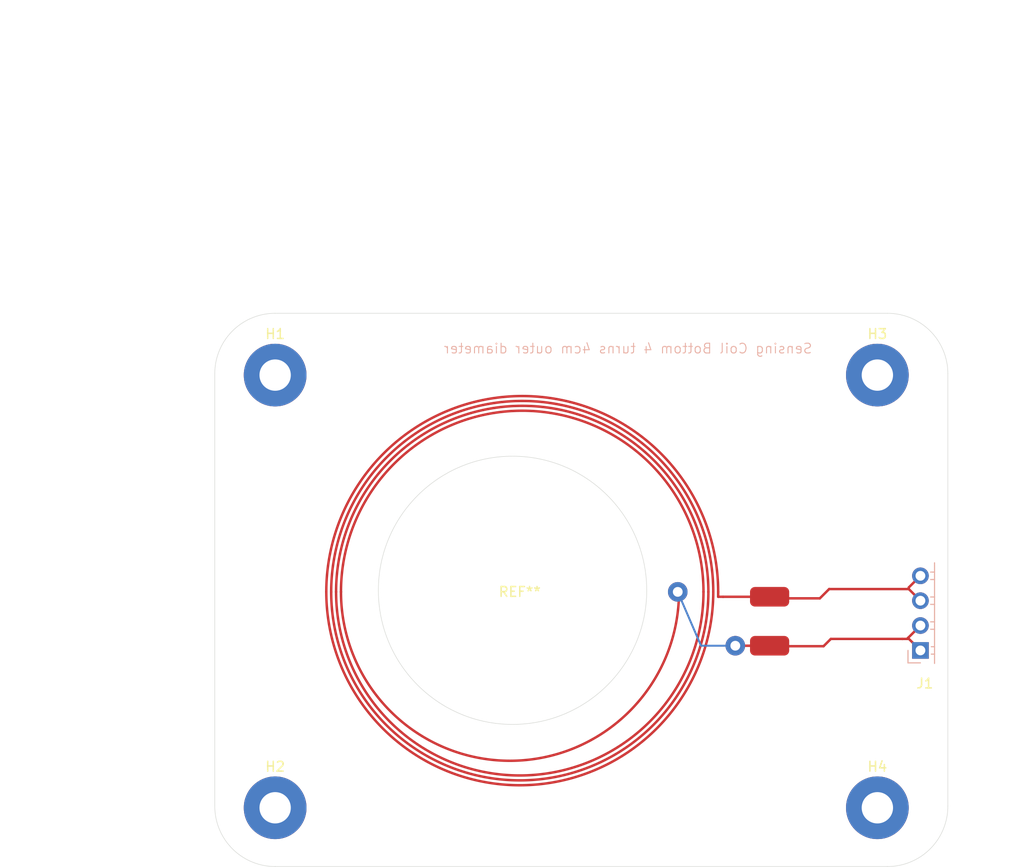
<source format=kicad_pcb>
(kicad_pcb (version 20240108) (generator "pcbnew") (generator_version "8.0")
  (layers (0 "F.Cu" signal) (31 "B.Cu" signal) (34 "B.Paste" user) (35 "F.Paste" user) (36 "B.SilkS" user "B.Silkscreen") (37 "F.SilkS" user "F.Silkscreen") (38 "B.Mask" user) (39 "F.Mask" user) (44 "Edge.Cuts" user))
  (net 0 "")
  (net 1 "/coil end")
  (net 2 "/coil start")
  (footprint "MountingHole:MountingHole_3.2mm_M3_Pad" (layer "F.Cu") (at 150 100)
    (property "Reference" "H1" (at 0 -4.2 0) (layer "F.SilkS"))
    (property "Value" "MountingHole")
    (pad "1" thru_hole circle (at 0 0) (size 6.4 6.4) (drill 3.2) (layers "*.Cu" "*.Mask"))
  )
  (footprint "MountingHole:MountingHole_3.2mm_M3_Pad" (layer "F.Cu") (at 150 144.19)
    (property "Reference" "H2" (at 0 -4.2 0) (layer "F.SilkS"))
    (property "Value" "MountingHole")
    (pad "1" thru_hole circle (at 0 0) (size 6.4 6.4) (drill 3.2) (layers "*.Cu" "*.Mask"))
  )
  (footprint "Sensing bottom" (layer "F.Cu") (at 174.97 122.14)
    (property "Reference" "REF**" (at 0 0 0) (layer "F.SilkS"))
    (property "Value" "Sensing bottom")
    (fp_line (start 20.25 0) (end 20.25 0.5) (stroke (width 0.25)) (layer "F.Cu"))
    (fp_line (start 20.25 0.5) (end 20.75 0.5) (stroke (width 0.25)) (layer "F.Cu"))
    (fp_line (start 20.75 0.5) (end 25.5 0.5) (stroke (width 0.25)) (layer "F.Cu"))
    (fp_line (start 25.5 5.5) (end 22 5.5) (stroke (width 0.25)) (layer "F.Cu"))
    (fp_arc (start -19.75 0) (mid 0.25 -20) (end 20.25 0) (stroke (width 0.25)) (layer "F.Cu"))
    (fp_arc (start -19.25 0) (mid 0.25 -19.5) (end 19.75 0) (stroke (width 0.25)) (layer "F.Cu"))
    (fp_arc (start -18.75 0) (mid 0.25 -19) (end 19.25 0) (stroke (width 0.25)) (layer "F.Cu"))
    (fp_arc (start -18.25 0) (mid 0.25 -18.506758) (end 18.75 0) (stroke (width 0.25)) (layer "F.Cu"))
    (fp_arc (start 16.25 0) (mid -1 17.27901) (end -18.25 0) (stroke (width 0.25)) (layer "F.Cu"))
    (fp_arc (start 18.75 0) (mid 0 18.75) (end -18.75 0) (stroke (width 0.25)) (layer "F.Cu"))
    (fp_arc (start 19.25 0) (mid 0 19.25) (end -19.25 0) (stroke (width 0.25)) (layer "F.Cu"))
    (fp_arc (start 19.75 0) (mid 0 19.75) (end -19.75 0) (stroke (width 0.25)) (layer "F.Cu"))
    (fp_line (start 18.5 5.5) (end 16.125 0) (stroke (width 0.2)) (layer "B.Cu"))
    (fp_line (start 22 5.5) (end 18.5 5.5) (stroke (width 0.2)) (layer "B.Cu"))
    (pad "1" smd roundrect (at 25.5 0.5) (size 4 2) (layers "F.Cu") (net 2 "/coil start"))
    (pad "2" smd roundrect (at 25.5 5.5) (size 4 2) (layers "F.Cu") (net 1 "/coil end"))
    (pad "3" thru_hole circle (at 16.125 0) (size 2 2) (drill 1) (layers "*.Cu" "*.Mask"))
    (pad "3" thru_hole circle (at 22 5.5) (size 2 2) (drill 1) (layers "*.Cu" "*.Mask"))
  )
  (footprint "MountingHole:MountingHole_3.2mm_M3_Pad" (layer "F.Cu") (at 211.47 100)
    (property "Reference" "H3" (at 0 -4.2 0) (layer "F.SilkS"))
    (property "Value" "MountingHole")
    (pad "1" thru_hole circle (at 0 0) (size 6.4 6.4) (drill 3.2) (layers "*.Cu" "*.Mask"))
  )
  (footprint "MountingHole:MountingHole_3.2mm_M3_Pad" (layer "F.Cu") (at 211.47 144.19)
    (property "Reference" "H4" (at 0 -4.2 0) (layer "F.SilkS"))
    (property "Value" "MountingHole")
    (pad "1" thru_hole circle (at 0 0) (size 6.4 6.4) (drill 3.2) (layers "*.Cu" "*.Mask"))
  )
  (footprint "Connector_PinHeader_2.54mm:PinHeader_1x04_P2.54mm_Horizontal" (layer "B.Cu") (at 215.865 128.12)
    (property "Reference" "J1" (at 0.45 3.375 0) (layer "F.SilkS"))
    (property "Value" "Conn_01x04")
    (fp_line (start -1.27 1.27) (end -1.27 0) (stroke (width 0.12)) (layer "B.SilkS"))
    (fp_line (start 0 1.27) (end -1.27 1.27) (stroke (width 0.12)) (layer "B.SilkS"))
    (fp_line (start 1.44 -8.95) (end 1.44 1.33) (stroke (width 0.12)) (layer "B.SilkS"))
    (fp_line (start 1.44 -8) (end 1.042929 -8) (stroke (width 0.12)) (layer "B.SilkS"))
    (fp_line (start 1.44 -7.24) (end 1.042929 -7.24) (stroke (width 0.12)) (layer "B.SilkS"))
    (fp_line (start 1.44 -5.46) (end 1.042929 -5.46) (stroke (width 0.12)) (layer "B.SilkS"))
    (fp_line (start 1.44 -4.7) (end 1.042929 -4.7) (stroke (width 0.12)) (layer "B.SilkS"))
    (fp_line (start 1.44 -2.92) (end 1.042929 -2.92) (stroke (width 0.12)) (layer "B.SilkS"))
    (fp_line (start 1.44 -2.16) (end 1.042929 -2.16) (stroke (width 0.12)) (layer "B.SilkS"))
    (fp_line (start 1.44 -0.38) (end 1.11 -0.38) (stroke (width 0.12)) (layer "B.SilkS"))
    (fp_line (start 1.44 0.38) (end 1.11 0.38) (stroke (width 0.12)) (layer "B.SilkS"))
    (pad "1" thru_hole rect (at 0 0) (size 1.7 1.7) (drill 1) (layers "*.Cu" "*.Mask") (net 1 "/coil end"))
    (pad "2" thru_hole oval (at 0 -2.54) (size 1.7 1.7) (drill 1) (layers "*.Cu" "*.Mask") (net 1 "/coil end"))
    (pad "3" thru_hole oval (at 0 -5.08) (size 1.7 1.7) (drill 1) (layers "*.Cu" "*.Mask") (net 2 "/coil start"))
    (pad "4" thru_hole oval (at 0 -7.62) (size 1.7 1.7) (drill 1) (layers "*.Cu" "*.Mask") (net 2 "/coil start"))
  )
  (gr_arc (start 212.50385 93.689473) (mid 216.86 95.49385) (end 218.664377 99.85) (stroke (width 0.05)) (layer "Edge.Cuts"))
  (gr_line (start 150 93.689473) (end 212.50385 93.689473) (stroke (width 0.05)) (layer "Edge.Cuts"))
  (gr_arc (start 143.839473 99.85) (mid 145.64385 95.49385) (end 150 93.689473) (stroke (width 0.05)) (layer "Edge.Cuts"))
  (gr_circle (center 174.2316 121.98) (end 186.47 115.830992) (stroke (width 0.05)) (fill none) (layer "Edge.Cuts"))
  (gr_line (start 143.839473 144.03) (end 143.839473 99.85) (stroke (width 0.05)) (layer "Edge.Cuts"))
  (gr_arc (start 150 150.190527) (mid 145.643849 148.38615) (end 143.839473 144.03) (stroke (width 0.05)) (layer "Edge.Cuts"))
  (gr_line (start 218.664377 99.85) (end 218.664377 144.03) (stroke (width 0.05)) (layer "Edge.Cuts"))
  (gr_arc (start 218.664377 144.03) (mid 216.86 148.38615) (end 212.50385 150.190527) (stroke (width 0.05)) (layer "Edge.Cuts"))
  (gr_line (start 150 150.190527) (end 212.50385 150.190527) (stroke (width 0.05)) (layer "Edge.Cuts"))
  (gr_text "Sensing Coil Bottom 4 turns 4cm outer diameter" (at 204.89 97.87 0) (layer "B.SilkS") (effects (font (size 1 1) (thickness 0.1)) (justify left bottom mirror)))
  (segment (start 214.615 126.87) (end 214.615 126.83) (width 0.25) (layer "F.Cu") (net 1))
  (segment (start 215.865 128.12) (end 214.615 126.87) (width 0.25) (layer "F.Cu") (net 1))
  (segment (start 214.615 126.83) (end 214.57 126.875) (width 0.25) (layer "F.Cu") (net 1))
  (segment (start 214.01 126.945) (end 206.72 126.945) (width 0.25) (layer "F.Cu") (net 1))
  (segment (start 214.01 126.945) (end 214.57 126.945) (width 0.25) (layer "F.Cu") (net 1))
  (segment (start 206.72 126.945) (end 205.975 127.69) (width 0.25) (layer "F.Cu") (net 1))
  (segment (start 214.57 126.875) (end 214.57 126.945) (width 0.25) (layer "F.Cu") (net 1))
  (segment (start 201.446396 127.69) (end 201.318198 127.818198) (width 0.25) (layer "F.Cu") (net 1))
  (segment (start 205.975 127.69) (end 201.446396 127.69) (width 0.25) (layer "F.Cu") (net 1))
  (segment (start 215.865 125.58) (end 214.615 126.83) (width 0.25) (layer "F.Cu") (net 1))
  (segment (start 214.01 126.945) (end 214.02 126.955) (width 0.25) (layer "F.Cu") (net 1))
  (segment (start 206.5441 121.855) (end 205.5991 122.8) (width 0.25) (layer "F.Cu") (net 2))
  (segment (start 214.68 121.855) (end 214.68 121.685) (width 0.25) (layer "F.Cu") (net 2))
  (segment (start 201.336396 122.8) (end 201.318198 122.818198) (width 0.25) (layer "F.Cu") (net 2))
  (segment (start 205.5991 122.8) (end 201.336396 122.8) (width 0.25) (layer "F.Cu") (net 2))
  (segment (start 214.68 121.685) (end 215.865 120.5) (width 0.25) (layer "F.Cu") (net 2))
  (segment (start 214.68 121.855) (end 215.865 123.04) (width 0.25) (layer "F.Cu") (net 2))
  (segment (start 214.68 121.855) (end 206.5441 121.855) (width 0.25) (layer "F.Cu") (net 2))
)
</source>
